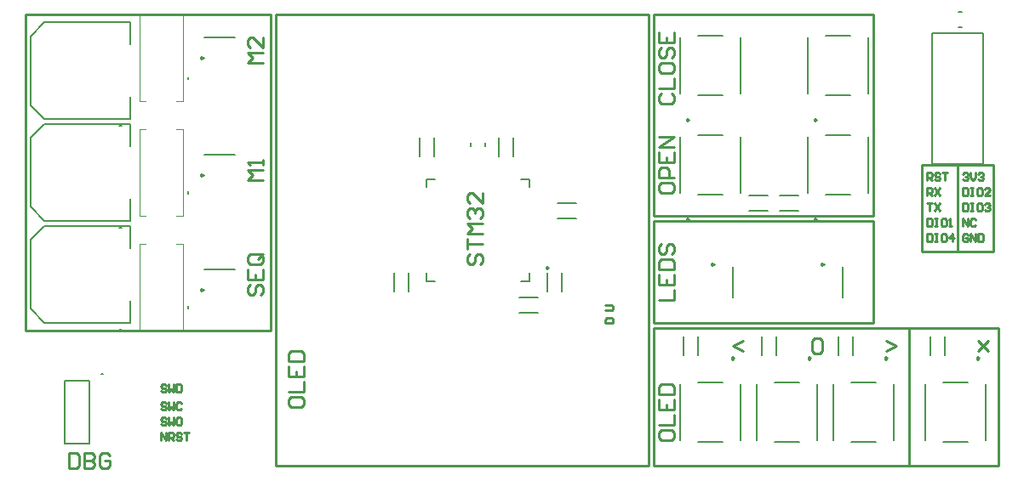
<source format=gto>
G04*
G04 #@! TF.GenerationSoftware,Altium Limited,Altium Designer,21.9.1 (22)*
G04*
G04 Layer_Color=65535*
%FSLAX25Y25*%
%MOIN*%
G70*
G04*
G04 #@! TF.SameCoordinates,DC2D0AE7-CD98-4BDC-8897-A2E9BC7E3A80*
G04*
G04*
G04 #@! TF.FilePolarity,Positive*
G04*
G01*
G75*
%ADD10C,0.00984*%
%ADD11C,0.00787*%
%ADD12C,0.01000*%
%ADD13C,0.00394*%
%ADD14C,0.00500*%
D10*
X187634Y-136260D02*
X186896Y-135834D01*
Y-136686D01*
X187634Y-136260D01*
X132768Y-155402D02*
X132029Y-154975D01*
Y-155828D01*
X132768Y-155402D01*
X197500Y-154000D02*
X196762Y-153574D01*
Y-154426D01*
X197500Y-154000D01*
X237634Y-136260D02*
X236896Y-135834D01*
Y-136686D01*
X237634Y-136260D01*
X187634Y-97260D02*
X186896Y-96834D01*
Y-97686D01*
X187634Y-97260D01*
X237634D02*
X236896Y-96834D01*
Y-97686D01*
X237634Y-97260D01*
X240500Y-154000D02*
X239762Y-153574D01*
Y-154426D01*
X240500Y-154000D01*
X-2508Y-72992D02*
X-3246Y-72566D01*
Y-73418D01*
X-2508Y-72992D01*
Y-118992D02*
X-3246Y-118566D01*
Y-119418D01*
X-2508Y-118992D01*
Y-163992D02*
X-3246Y-163566D01*
Y-164418D01*
X-2508Y-163992D01*
X301350Y-190740D02*
X300612Y-190314D01*
Y-191166D01*
X301350Y-190740D01*
X265350D02*
X264612Y-190314D01*
Y-191166D01*
X265350Y-190740D01*
X235350D02*
X234612Y-190314D01*
Y-191166D01*
X235350Y-190740D01*
X205350D02*
X204612Y-190314D01*
Y-191166D01*
X205350Y-190740D01*
D11*
X-8370Y-171268D02*
Y-170480D01*
Y-171268D01*
X-34488Y-99748D02*
X-35276D01*
X-34488D01*
Y-139559D02*
X-35276D01*
X-34488D01*
Y-179559D02*
X-35276D01*
X-34488D01*
X-41606Y-197098D02*
X-42394D01*
X-41606D01*
X-8370Y-126268D02*
Y-125480D01*
Y-126268D01*
Y-81394D02*
Y-80606D01*
Y-81394D01*
X191177Y-126811D02*
X200823D01*
X207811Y-126122D02*
Y-103878D01*
X191177Y-103189D02*
X200823D01*
X184189Y-126122D02*
Y-103878D01*
X121260Y-172854D02*
X128740D01*
X121260Y-167146D02*
X128740D01*
X121941Y-160716D02*
X125189D01*
X85031D02*
X88279D01*
X85031Y-123807D02*
Y-120559D01*
Y-160716D02*
Y-157468D01*
X121941Y-120559D02*
X125189D01*
X85031D02*
X88279D01*
X125189Y-123807D02*
Y-120559D01*
Y-160716D02*
Y-157468D01*
X132146Y-164740D02*
Y-157260D01*
X137854Y-164740D02*
Y-157260D01*
X136260Y-130146D02*
X143740D01*
X136260Y-135854D02*
X143740D01*
X102146Y-107591D02*
Y-106409D01*
X107854Y-107591D02*
Y-106409D01*
X82146Y-111740D02*
Y-104260D01*
X87854Y-111740D02*
Y-104260D01*
X293409Y-55146D02*
X294590D01*
X293409Y-60854D02*
X294590D01*
X77854Y-164740D02*
Y-157260D01*
X72146Y-164740D02*
Y-157260D01*
X283000Y-114748D02*
Y-63252D01*
Y-114748D02*
X303000D01*
Y-63252D01*
X283000D02*
X303000D01*
X205098Y-166905D02*
Y-155095D01*
X204902Y-166905D02*
Y-155095D01*
X205098D01*
X204902Y-166905D02*
X205098D01*
X191295Y-189740D02*
Y-182260D01*
X185587Y-189740D02*
Y-182260D01*
X234189Y-126122D02*
Y-103878D01*
X241177Y-103189D02*
X250823D01*
X257811Y-126122D02*
Y-103878D01*
X241177Y-126811D02*
X250823D01*
X184189Y-87122D02*
Y-64878D01*
X191177Y-64189D02*
X200823D01*
X207811Y-87122D02*
Y-64878D01*
X191177Y-87811D02*
X200823D01*
X234189Y-87122D02*
Y-64878D01*
X241177Y-64189D02*
X250823D01*
X257811Y-87122D02*
Y-64878D01*
X241177Y-87811D02*
X250823D01*
X-56882Y-224342D02*
X-47000D01*
X-56882Y-199657D02*
X-47000D01*
X-56882Y-224342D02*
Y-199657D01*
X-47000Y-224342D02*
Y-199657D01*
X211260Y-127146D02*
X218740D01*
X211260Y-132854D02*
X218740D01*
X223260Y-127146D02*
X230740D01*
X223260Y-132854D02*
X230740D01*
X248098Y-166905D02*
Y-155095D01*
X247902Y-166905D02*
Y-155095D01*
X248098D01*
X247902Y-166905D02*
X248098D01*
X287979Y-189740D02*
Y-182260D01*
X282271Y-189740D02*
Y-182260D01*
X-1905Y-64902D02*
X9905D01*
X-1905Y-65098D02*
X9905D01*
X-1905D02*
Y-64902D01*
X9905Y-65098D02*
Y-64902D01*
X-1905Y-110902D02*
X9905D01*
X-1905Y-111098D02*
X9905D01*
X-1905D02*
Y-110902D01*
X9905Y-111098D02*
Y-110902D01*
X-1905Y-155902D02*
X9905D01*
X-1905Y-156098D02*
X9905D01*
X-1905D02*
Y-155902D01*
X9905Y-156098D02*
Y-155902D01*
X303811Y-223122D02*
Y-200878D01*
X287177Y-223811D02*
X296823D01*
X280189Y-223122D02*
Y-200878D01*
X287177Y-200189D02*
X296823D01*
X251854Y-189740D02*
Y-182260D01*
X246146Y-189740D02*
Y-182260D01*
X267811Y-223122D02*
Y-200878D01*
X251177Y-223811D02*
X260823D01*
X244189Y-223122D02*
Y-200878D01*
X251177Y-200189D02*
X260823D01*
X221177D02*
X230823D01*
X214189Y-223122D02*
Y-200878D01*
X221177Y-223811D02*
X230823D01*
X237811Y-223122D02*
Y-200878D01*
X216271Y-189740D02*
Y-182260D01*
X221979Y-189740D02*
Y-182260D01*
X118854Y-111740D02*
Y-104260D01*
X113146Y-111740D02*
Y-104260D01*
X191177Y-200189D02*
X200823D01*
X184189Y-223122D02*
Y-200878D01*
X191177Y-223811D02*
X200823D01*
X207811Y-223122D02*
Y-200878D01*
D12*
X174000Y-177000D02*
X260000D01*
X174000Y-137000D02*
X260000D01*
Y-177000D02*
Y-137000D01*
X174000Y-177000D02*
Y-137000D01*
X-72000Y-180000D02*
X24000D01*
X-72000Y-56000D02*
X24000D01*
Y-180000D02*
Y-56000D01*
X-72000Y-180000D02*
Y-56000D01*
X174000Y-135000D02*
X260000D01*
X174000Y-56000D02*
X260000D01*
Y-135000D02*
Y-56000D01*
X174000Y-135000D02*
Y-56000D01*
X279000Y-149000D02*
X293000D01*
X279000Y-115000D02*
X293000D01*
Y-149000D02*
Y-115000D01*
X279000Y-149000D02*
Y-115000D01*
X26000Y-233000D02*
X172000D01*
X26000Y-56000D02*
X172000D01*
Y-233000D02*
Y-56000D01*
X26000Y-233000D02*
Y-56000D01*
X293000Y-149000D02*
X307000D01*
X293000Y-115000D02*
X307000D01*
Y-149000D02*
Y-115000D01*
X293000Y-149000D02*
Y-115000D01*
X174000Y-233000D02*
X309000D01*
X174000Y-179000D02*
X309000D01*
Y-233000D02*
Y-179000D01*
X174000Y-233000D02*
Y-179000D01*
X274000Y-233000D02*
Y-179000D01*
Y-233000D02*
Y-179000D01*
X281000Y-142001D02*
Y-145000D01*
X282500D01*
X282999Y-144500D01*
Y-142501D01*
X282500Y-142001D01*
X281000D01*
X283999D02*
X284999D01*
X284499D01*
Y-145000D01*
X283999D01*
X284999D01*
X287998Y-142001D02*
X286998D01*
X286498Y-142501D01*
Y-144500D01*
X286998Y-145000D01*
X287998D01*
X288498Y-144500D01*
Y-142501D01*
X287998Y-142001D01*
X290997Y-145000D02*
Y-142001D01*
X289497Y-143500D01*
X291497D01*
X296999Y-142501D02*
X296499Y-142001D01*
X295500D01*
X295000Y-142501D01*
Y-144500D01*
X295500Y-145000D01*
X296499D01*
X296999Y-144500D01*
Y-143500D01*
X296000D01*
X297999Y-145000D02*
Y-142001D01*
X299998Y-145000D01*
Y-142001D01*
X300998D02*
Y-145000D01*
X302498D01*
X302997Y-144500D01*
Y-142501D01*
X302498Y-142001D01*
X300998D01*
X281000Y-130001D02*
X282999D01*
X282000D01*
Y-133000D01*
X283999Y-130001D02*
X285998Y-133000D01*
Y-130001D02*
X283999Y-133000D01*
X281000Y-127000D02*
Y-124001D01*
X282500D01*
X282999Y-124501D01*
Y-125501D01*
X282500Y-126000D01*
X281000D01*
X282000D02*
X282999Y-127000D01*
X283999Y-124001D02*
X285998Y-127000D01*
Y-124001D02*
X283999Y-127000D01*
X281000Y-121000D02*
Y-118001D01*
X282500D01*
X282999Y-118501D01*
Y-119501D01*
X282500Y-120000D01*
X281000D01*
X282000D02*
X282999Y-121000D01*
X285998Y-118501D02*
X285498Y-118001D01*
X284499D01*
X283999Y-118501D01*
Y-119001D01*
X284499Y-119501D01*
X285498D01*
X285998Y-120000D01*
Y-120500D01*
X285498Y-121000D01*
X284499D01*
X283999Y-120500D01*
X286998Y-118001D02*
X288997D01*
X287998D01*
Y-121000D01*
X281000Y-136001D02*
Y-139000D01*
X282500D01*
X282999Y-138500D01*
Y-136501D01*
X282500Y-136001D01*
X281000D01*
X283999D02*
X284999D01*
X284499D01*
Y-139000D01*
X283999D01*
X284999D01*
X287998Y-136001D02*
X286998D01*
X286498Y-136501D01*
Y-138500D01*
X286998Y-139000D01*
X287998D01*
X288498Y-138500D01*
Y-136501D01*
X287998Y-136001D01*
X289497Y-139000D02*
X290497D01*
X289997D01*
Y-136001D01*
X289497Y-136501D01*
X295000Y-139000D02*
Y-136001D01*
X296999Y-139000D01*
Y-136001D01*
X299998Y-136501D02*
X299499Y-136001D01*
X298499D01*
X297999Y-136501D01*
Y-138500D01*
X298499Y-139000D01*
X299499D01*
X299998Y-138500D01*
X295000Y-118501D02*
X295500Y-118001D01*
X296499D01*
X296999Y-118501D01*
Y-119001D01*
X296499Y-119501D01*
X296000D01*
X296499D01*
X296999Y-120000D01*
Y-120500D01*
X296499Y-121000D01*
X295500D01*
X295000Y-120500D01*
X297999Y-118001D02*
Y-120000D01*
X298999Y-121000D01*
X299998Y-120000D01*
Y-118001D01*
X300998Y-118501D02*
X301498Y-118001D01*
X302498D01*
X302997Y-118501D01*
Y-119001D01*
X302498Y-119501D01*
X301998D01*
X302498D01*
X302997Y-120000D01*
Y-120500D01*
X302498Y-121000D01*
X301498D01*
X300998Y-120500D01*
X295000Y-130001D02*
Y-133000D01*
X296499D01*
X296999Y-132500D01*
Y-130501D01*
X296499Y-130001D01*
X295000D01*
X297999D02*
X298999D01*
X298499D01*
Y-133000D01*
X297999D01*
X298999D01*
X301998Y-130001D02*
X300998D01*
X300498Y-130501D01*
Y-132500D01*
X300998Y-133000D01*
X301998D01*
X302498Y-132500D01*
Y-130501D01*
X301998Y-130001D01*
X303497Y-130501D02*
X303997Y-130001D01*
X304997D01*
X305497Y-130501D01*
Y-131001D01*
X304997Y-131500D01*
X304497D01*
X304997D01*
X305497Y-132000D01*
Y-132500D01*
X304997Y-133000D01*
X303997D01*
X303497Y-132500D01*
X295000Y-124001D02*
Y-127000D01*
X296499D01*
X296999Y-126500D01*
Y-124501D01*
X296499Y-124001D01*
X295000D01*
X297999D02*
X298999D01*
X298499D01*
Y-127000D01*
X297999D01*
X298999D01*
X301998Y-124001D02*
X300998D01*
X300498Y-124501D01*
Y-126500D01*
X300998Y-127000D01*
X301998D01*
X302498Y-126500D01*
Y-124501D01*
X301998Y-124001D01*
X305497Y-127000D02*
X303497D01*
X305497Y-125001D01*
Y-124501D01*
X304997Y-124001D01*
X303997D01*
X303497Y-124501D01*
X155001Y-172000D02*
X157500D01*
X158000Y-171500D01*
Y-170501D01*
X157500Y-170001D01*
X155001D01*
Y-177000D02*
X158000D01*
Y-175501D01*
X157500Y-175001D01*
X155501D01*
X155001Y-175501D01*
Y-177000D01*
X31002Y-207001D02*
Y-209000D01*
X32002Y-210000D01*
X36000D01*
X37000Y-209000D01*
Y-207001D01*
X36000Y-206001D01*
X32002D01*
X31002Y-207001D01*
Y-204002D02*
X37000D01*
Y-200003D01*
X31002Y-194005D02*
Y-198004D01*
X37000D01*
Y-194005D01*
X34001Y-198004D02*
Y-196004D01*
X31002Y-192006D02*
X37000D01*
Y-189007D01*
X36000Y-188007D01*
X32002D01*
X31002Y-189007D01*
Y-192006D01*
X102002Y-150001D02*
X101002Y-151001D01*
Y-153000D01*
X102002Y-154000D01*
X103001D01*
X104001Y-153000D01*
Y-151001D01*
X105001Y-150001D01*
X106000D01*
X107000Y-151001D01*
Y-153000D01*
X106000Y-154000D01*
X101002Y-148002D02*
Y-144003D01*
Y-146003D01*
X107000D01*
Y-142004D02*
X101002D01*
X103001Y-140005D01*
X101002Y-138005D01*
X107000D01*
X102002Y-136006D02*
X101002Y-135006D01*
Y-133007D01*
X102002Y-132007D01*
X103001D01*
X104001Y-133007D01*
Y-134007D01*
Y-133007D01*
X105001Y-132007D01*
X106000D01*
X107000Y-133007D01*
Y-135006D01*
X106000Y-136006D01*
X107000Y-126009D02*
Y-130008D01*
X103001Y-126009D01*
X102002D01*
X101002Y-127009D01*
Y-129008D01*
X102002Y-130008D01*
X301000Y-184001D02*
X304999Y-188000D01*
X302999Y-186001D01*
X304999Y-184001D01*
X301000Y-188000D01*
X265001D02*
X269000Y-186001D01*
X265001Y-184001D01*
X238999Y-183002D02*
X237000D01*
X236000Y-184002D01*
Y-188000D01*
X237000Y-189000D01*
X238999D01*
X239999Y-188000D01*
Y-184002D01*
X238999Y-183002D01*
X208999Y-184000D02*
X205000Y-185999D01*
X208999Y-187999D01*
X-55000Y-228002D02*
Y-234000D01*
X-52001D01*
X-51001Y-233000D01*
Y-229002D01*
X-52001Y-228002D01*
X-55000D01*
X-49002D02*
Y-234000D01*
X-46003D01*
X-45003Y-233000D01*
Y-232001D01*
X-46003Y-231001D01*
X-49002D01*
X-46003D01*
X-45003Y-230001D01*
Y-229002D01*
X-46003Y-228002D01*
X-49002D01*
X-39005Y-229002D02*
X-40005Y-228002D01*
X-42004D01*
X-43004Y-229002D01*
Y-233000D01*
X-42004Y-234000D01*
X-40005D01*
X-39005Y-233000D01*
Y-231001D01*
X-41004D01*
X-19000Y-223000D02*
Y-220001D01*
X-17001Y-223000D01*
Y-220001D01*
X-16001Y-223000D02*
Y-220001D01*
X-14501D01*
X-14002Y-220501D01*
Y-221500D01*
X-14501Y-222000D01*
X-16001D01*
X-15001D02*
X-14002Y-223000D01*
X-11003Y-220501D02*
X-11502Y-220001D01*
X-12502D01*
X-13002Y-220501D01*
Y-221001D01*
X-12502Y-221500D01*
X-11502D01*
X-11003Y-222000D01*
Y-222500D01*
X-11502Y-223000D01*
X-12502D01*
X-13002Y-222500D01*
X-10003Y-220001D02*
X-8004D01*
X-9003D01*
Y-223000D01*
X-17001Y-214501D02*
X-17501Y-214001D01*
X-18500D01*
X-19000Y-214501D01*
Y-215001D01*
X-18500Y-215500D01*
X-17501D01*
X-17001Y-216000D01*
Y-216500D01*
X-17501Y-217000D01*
X-18500D01*
X-19000Y-216500D01*
X-16001Y-214001D02*
Y-217000D01*
X-15001Y-216000D01*
X-14002Y-217000D01*
Y-214001D01*
X-11502D02*
X-12502D01*
X-13002Y-214501D01*
Y-216500D01*
X-12502Y-217000D01*
X-11502D01*
X-11003Y-216500D01*
Y-214501D01*
X-11502Y-214001D01*
X-17001Y-208501D02*
X-17501Y-208001D01*
X-18500D01*
X-19000Y-208501D01*
Y-209001D01*
X-18500Y-209501D01*
X-17501D01*
X-17001Y-210000D01*
Y-210500D01*
X-17501Y-211000D01*
X-18500D01*
X-19000Y-210500D01*
X-16001Y-208001D02*
Y-211000D01*
X-15001Y-210000D01*
X-14002Y-211000D01*
Y-208001D01*
X-11003Y-208501D02*
X-11502Y-208001D01*
X-12502D01*
X-13002Y-208501D01*
Y-210500D01*
X-12502Y-211000D01*
X-11502D01*
X-11003Y-210500D01*
X-17001Y-201501D02*
X-17501Y-201001D01*
X-18500D01*
X-19000Y-201501D01*
Y-202001D01*
X-18500Y-202501D01*
X-17501D01*
X-17001Y-203000D01*
Y-203500D01*
X-17501Y-204000D01*
X-18500D01*
X-19000Y-203500D01*
X-16001Y-201001D02*
Y-204000D01*
X-15001Y-203000D01*
X-14002Y-204000D01*
Y-201001D01*
X-13002D02*
Y-204000D01*
X-11502D01*
X-11003Y-203500D01*
Y-201501D01*
X-11502Y-201001D01*
X-13002D01*
X16002Y-162001D02*
X15002Y-163001D01*
Y-165000D01*
X16002Y-166000D01*
X17001D01*
X18001Y-165000D01*
Y-163001D01*
X19001Y-162001D01*
X20000D01*
X21000Y-163001D01*
Y-165000D01*
X20000Y-166000D01*
X15002Y-156003D02*
Y-160002D01*
X21000D01*
Y-156003D01*
X18001Y-160002D02*
Y-158003D01*
X20000Y-150005D02*
X16002D01*
X15002Y-151005D01*
Y-153004D01*
X16002Y-154004D01*
X20000D01*
X21000Y-153004D01*
Y-151005D01*
X19001Y-152005D02*
X21000Y-150005D01*
Y-151005D02*
X20000Y-150005D01*
X21000Y-121000D02*
X15002D01*
X17001Y-119001D01*
X15002Y-117001D01*
X21000D01*
Y-115002D02*
Y-113003D01*
Y-114002D01*
X15002D01*
X16002Y-115002D01*
X21000Y-75000D02*
X15002D01*
X17001Y-73001D01*
X15002Y-71001D01*
X21000D01*
Y-65003D02*
Y-69002D01*
X17001Y-65003D01*
X16002D01*
X15002Y-66003D01*
Y-68002D01*
X16002Y-69002D01*
X177002Y-87001D02*
X176002Y-88001D01*
Y-90000D01*
X177002Y-91000D01*
X181000D01*
X182000Y-90000D01*
Y-88001D01*
X181000Y-87001D01*
X176002Y-85002D02*
X182000D01*
Y-81003D01*
X176002Y-76005D02*
Y-78004D01*
X177002Y-79004D01*
X181000D01*
X182000Y-78004D01*
Y-76005D01*
X181000Y-75005D01*
X177002D01*
X176002Y-76005D01*
X177002Y-69007D02*
X176002Y-70007D01*
Y-72006D01*
X177002Y-73006D01*
X178001D01*
X179001Y-72006D01*
Y-70007D01*
X180001Y-69007D01*
X181000D01*
X182000Y-70007D01*
Y-72006D01*
X181000Y-73006D01*
X176002Y-63009D02*
Y-67008D01*
X182000D01*
Y-63009D01*
X179001Y-67008D02*
Y-65008D01*
X176002Y-123001D02*
Y-125000D01*
X177002Y-126000D01*
X181000D01*
X182000Y-125000D01*
Y-123001D01*
X181000Y-122001D01*
X177002D01*
X176002Y-123001D01*
X182000Y-120002D02*
X176002D01*
Y-117003D01*
X177002Y-116003D01*
X179001D01*
X180001Y-117003D01*
Y-120002D01*
X176002Y-110005D02*
Y-114004D01*
X182000D01*
Y-110005D01*
X179001Y-114004D02*
Y-112004D01*
X182000Y-108006D02*
X176002D01*
X182000Y-104007D01*
X176002D01*
Y-168000D02*
X182000D01*
Y-164001D01*
X176002Y-158003D02*
Y-162002D01*
X182000D01*
Y-158003D01*
X179001Y-162002D02*
Y-160003D01*
X176002Y-156004D02*
X182000D01*
Y-153005D01*
X181000Y-152005D01*
X177002D01*
X176002Y-153005D01*
Y-156004D01*
X177002Y-146007D02*
X176002Y-147007D01*
Y-149006D01*
X177002Y-150006D01*
X178001D01*
X179001Y-149006D01*
Y-147007D01*
X180001Y-146007D01*
X181000D01*
X182000Y-147007D01*
Y-149006D01*
X181000Y-150006D01*
X176002Y-220001D02*
Y-222000D01*
X177002Y-223000D01*
X181000D01*
X182000Y-222000D01*
Y-220001D01*
X181000Y-219001D01*
X177002D01*
X176002Y-220001D01*
Y-217002D02*
X182000D01*
Y-213003D01*
X176002Y-207005D02*
Y-211004D01*
X182000D01*
Y-207005D01*
X179001Y-211004D02*
Y-209004D01*
X176002Y-205006D02*
X182000D01*
Y-202007D01*
X181000Y-201007D01*
X177002D01*
X176002Y-202007D01*
Y-205006D01*
D13*
X-27465Y-179929D02*
X-24905D01*
X-27465D02*
Y-146071D01*
X-24905D01*
X-13094Y-179929D02*
X-10535D01*
Y-146071D01*
X-13094D02*
X-10535D01*
X-27465Y-134929D02*
X-24905D01*
X-27465D02*
Y-101071D01*
X-24905D01*
X-13094Y-134929D02*
X-10535D01*
Y-101071D01*
X-13094D02*
X-10535D01*
X-27465Y-90055D02*
X-24905D01*
X-27465D02*
Y-56197D01*
X-24905D01*
X-13094Y-90055D02*
X-10535D01*
Y-56197D01*
X-13094D02*
X-10535D01*
D14*
X-31142Y-97091D02*
Y-88410D01*
Y-67779D02*
Y-59098D01*
X-64606Y-97091D02*
X-31142D01*
X-70118Y-91579D02*
X-64606Y-97091D01*
X-70118Y-91579D02*
Y-64610D01*
X-64606Y-59098D01*
X-31142D01*
Y-136902D02*
Y-128220D01*
Y-107591D02*
Y-98909D01*
X-64606Y-136902D02*
X-31142D01*
X-70118Y-131390D02*
X-64606Y-136902D01*
X-70118Y-131390D02*
Y-104421D01*
X-64606Y-98909D01*
X-31142D01*
Y-176902D02*
Y-168220D01*
Y-147591D02*
Y-138909D01*
X-64606Y-176902D02*
X-31142D01*
X-70118Y-171390D02*
X-64606Y-176902D01*
X-70118Y-171390D02*
Y-144421D01*
X-64606Y-138909D01*
X-31142D01*
M02*

</source>
